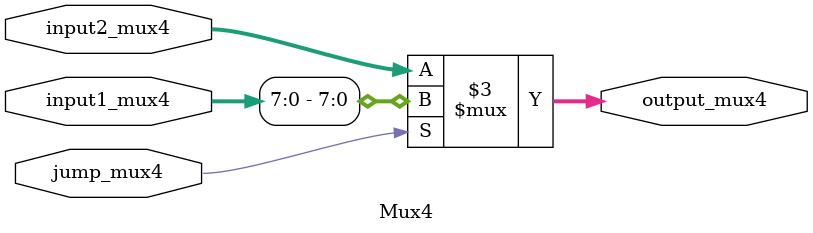
<source format=v>
/* verilator lint_off UNUSED */
// Def I/O
module Mux4(
    input jump_mux4,
	input [31:0]input1_mux4, 
    input [7:0]input2_mux4,
	output reg [7:0]output_mux4
);
// Conexiones


// Cuerpo del modulo
always@*
begin
	if(jump_mux4)
        begin
            output_mux4 = input1_mux4[7:0];
        end
    else
        begin
            output_mux4 = input2_mux4;
        end
end

endmodule
</source>
